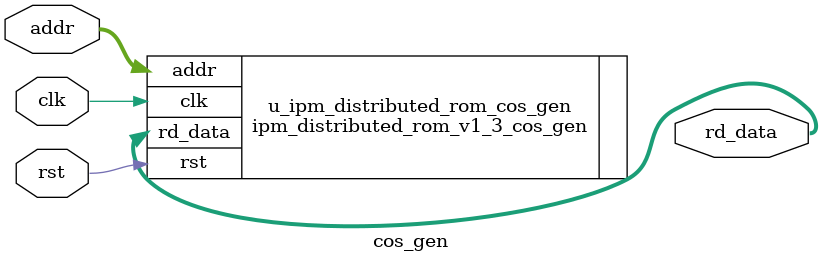
<source format=v>



`timescale 1 ns / 1 ps
module cos_gen
    (
     addr        ,
     rst         ,
     clk         ,
     rd_data
    );

    localparam ADDR_WIDTH = 10 ; //@IPC int 4,10

    localparam DATA_WIDTH = 8 ; //@IPC int 1,256

    localparam RST_TYPE = "ASYNC" ; //@IPC enum ASYNC,SYNC

    localparam OUT_REG = 0 ; //@IPC bool

    localparam INIT_ENABLE = 1 ; //@IPC bool

    localparam INIT_FILE = "C:/Users/86150/Desktop/MSM/cos_1024hex.dat" ; //@IPC string

    localparam FILE_FORMAT = "HEX" ; //@IPC enum BIN,HEX


     output   wire  [DATA_WIDTH-1:0]       rd_data ;
     input    wire  [ADDR_WIDTH-1:0]       addr    ;
     input                                 clk     ;
     input                                 rst     ;

ipm_distributed_rom_v1_3_cos_gen
   #(
     .ADDR_WIDTH    (ADDR_WIDTH     ), //address width   range:4-10
     .DATA_WIDTH    (DATA_WIDTH     ), //data width      range:4-256
     .RST_TYPE      (RST_TYPE       ), //reset type   "ASYNC_RESET" "SYNC_RESET"
     .OUT_REG       (OUT_REG        ), //output options :non_register(0)  register(1)
     .INIT_FILE     (INIT_FILE      ), //legal value:"NONE" or "initial file name"
     .FILE_FORMAT   (FILE_FORMAT    )  //initial data format : "bin" or "hex"
    )u_ipm_distributed_rom_cos_gen
    (
     .rd_data       (rd_data        ),
     .addr          (addr           ),
     .clk           (clk            ),
     .rst           (rst            )

    );
endmodule

</source>
